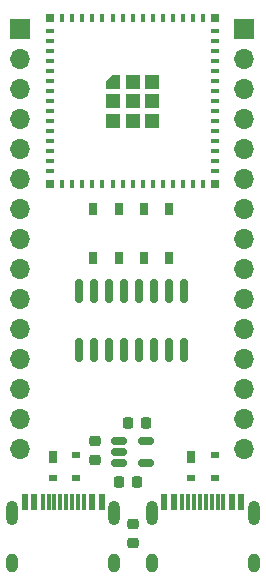
<source format=gbr>
%TF.GenerationSoftware,KiCad,Pcbnew,(6.0.9)*%
%TF.CreationDate,2022-11-21T22:18:44+02:00*%
%TF.ProjectId,esp32s2_devboard,65737033-3273-4325-9f64-6576626f6172,rev?*%
%TF.SameCoordinates,Original*%
%TF.FileFunction,Copper,L1,Top*%
%TF.FilePolarity,Positive*%
%FSLAX46Y46*%
G04 Gerber Fmt 4.6, Leading zero omitted, Abs format (unit mm)*
G04 Created by KiCad (PCBNEW (6.0.9)) date 2022-11-21 22:18:44*
%MOMM*%
%LPD*%
G01*
G04 APERTURE LIST*
G04 Aperture macros list*
%AMRoundRect*
0 Rectangle with rounded corners*
0 $1 Rounding radius*
0 $2 $3 $4 $5 $6 $7 $8 $9 X,Y pos of 4 corners*
0 Add a 4 corners polygon primitive as box body*
4,1,4,$2,$3,$4,$5,$6,$7,$8,$9,$2,$3,0*
0 Add four circle primitives for the rounded corners*
1,1,$1+$1,$2,$3*
1,1,$1+$1,$4,$5*
1,1,$1+$1,$6,$7*
1,1,$1+$1,$8,$9*
0 Add four rect primitives between the rounded corners*
20,1,$1+$1,$2,$3,$4,$5,0*
20,1,$1+$1,$4,$5,$6,$7,0*
20,1,$1+$1,$6,$7,$8,$9,0*
20,1,$1+$1,$8,$9,$2,$3,0*%
%AMFreePoly0*
4,1,6,0.600000,-0.600000,-0.600000,-0.600000,-0.600000,0.000000,0.000000,0.600000,0.600000,0.600000,0.600000,-0.600000,0.600000,-0.600000,$1*%
G04 Aperture macros list end*
%TA.AperFunction,SMDPad,CuDef*%
%ADD10R,0.700000X1.000000*%
%TD*%
%TA.AperFunction,SMDPad,CuDef*%
%ADD11R,0.700000X0.600000*%
%TD*%
%TA.AperFunction,SMDPad,CuDef*%
%ADD12RoundRect,0.218750X0.256250X-0.218750X0.256250X0.218750X-0.256250X0.218750X-0.256250X-0.218750X0*%
%TD*%
%TA.AperFunction,SMDPad,CuDef*%
%ADD13RoundRect,0.225000X0.225000X0.250000X-0.225000X0.250000X-0.225000X-0.250000X0.225000X-0.250000X0*%
%TD*%
%TA.AperFunction,SMDPad,CuDef*%
%ADD14RoundRect,0.225000X-0.225000X-0.250000X0.225000X-0.250000X0.225000X0.250000X-0.225000X0.250000X0*%
%TD*%
%TA.AperFunction,SMDPad,CuDef*%
%ADD15R,0.650000X1.050000*%
%TD*%
%TA.AperFunction,SMDPad,CuDef*%
%ADD16RoundRect,0.150000X-0.512500X-0.150000X0.512500X-0.150000X0.512500X0.150000X-0.512500X0.150000X0*%
%TD*%
%TA.AperFunction,SMDPad,CuDef*%
%ADD17RoundRect,0.150000X-0.150000X0.825000X-0.150000X-0.825000X0.150000X-0.825000X0.150000X0.825000X0*%
%TD*%
%TA.AperFunction,SMDPad,CuDef*%
%ADD18R,0.600000X1.450000*%
%TD*%
%TA.AperFunction,SMDPad,CuDef*%
%ADD19R,0.300000X1.450000*%
%TD*%
%TA.AperFunction,ComponentPad*%
%ADD20O,1.000000X2.100000*%
%TD*%
%TA.AperFunction,ComponentPad*%
%ADD21O,1.000000X1.600000*%
%TD*%
%TA.AperFunction,ComponentPad*%
%ADD22R,1.700000X1.700000*%
%TD*%
%TA.AperFunction,ComponentPad*%
%ADD23O,1.700000X1.700000*%
%TD*%
%TA.AperFunction,SMDPad,CuDef*%
%ADD24R,0.800000X0.400000*%
%TD*%
%TA.AperFunction,SMDPad,CuDef*%
%ADD25R,0.400000X0.800000*%
%TD*%
%TA.AperFunction,SMDPad,CuDef*%
%ADD26R,1.200000X1.200000*%
%TD*%
%TA.AperFunction,SMDPad,CuDef*%
%ADD27FreePoly0,0.000000*%
%TD*%
%TA.AperFunction,SMDPad,CuDef*%
%ADD28R,0.800000X0.800000*%
%TD*%
G04 APERTURE END LIST*
D10*
%TO.P,D2,1,GND*%
%TO.N,GND*%
X155790000Y-86054999D03*
D11*
%TO.P,D2,2,I/O1*%
%TO.N,/UART_USB_D-*%
X155790000Y-87754999D03*
%TO.P,D2,3,I/O2*%
%TO.N,/UART_USB_D+*%
X157790000Y-87754999D03*
%TO.P,D2,4,VCC*%
%TO.N,unconnected-(D2-Pad4)*%
X157790000Y-85854999D03*
%TD*%
D12*
%TO.P,F1,1*%
%TO.N,/VBUS*%
X159400000Y-86237500D03*
%TO.P,F1,2*%
%TO.N,+5V*%
X159400000Y-84662500D03*
%TD*%
D13*
%TO.P,C6,1*%
%TO.N,+3V3*%
X163697500Y-83157501D03*
%TO.P,C6,2*%
%TO.N,GND*%
X162147500Y-83157501D03*
%TD*%
D14*
%TO.P,C3,1*%
%TO.N,+5V*%
X161422500Y-88132500D03*
%TO.P,C3,2*%
%TO.N,GND*%
X162972500Y-88132500D03*
%TD*%
D10*
%TO.P,D1,1,GND*%
%TO.N,GND*%
X167500000Y-86054999D03*
D11*
%TO.P,D1,2,I/O1*%
%TO.N,unconnected-(D1-Pad2)*%
X167500000Y-87754999D03*
%TO.P,D1,3,I/O2*%
%TO.N,unconnected-(D1-Pad3)*%
X169500000Y-87754999D03*
%TO.P,D1,4,VCC*%
%TO.N,unconnected-(D1-Pad4)*%
X169500000Y-85854999D03*
%TD*%
D15*
%TO.P,SW2,1,1*%
%TO.N,GPIO0*%
X159220000Y-69145000D03*
%TO.P,SW2,2,2*%
X159220000Y-64995000D03*
%TO.P,SW2,3,3*%
%TO.N,GND*%
X161370000Y-69145000D03*
%TO.P,SW2,4,4*%
X161370000Y-64995000D03*
%TD*%
D16*
%TO.P,U2,1,VIN*%
%TO.N,+5V*%
X161422500Y-84662500D03*
%TO.P,U2,2,GND*%
%TO.N,GND*%
X161422500Y-85612500D03*
%TO.P,U2,3,EN*%
%TO.N,+5V*%
X161422500Y-86562500D03*
%TO.P,U2,4,NC*%
%TO.N,unconnected-(U2-Pad4)*%
X163697500Y-86562500D03*
%TO.P,U2,5,VOUT*%
%TO.N,+3V3*%
X163697500Y-84662500D03*
%TD*%
D12*
%TO.P,D3,1,K*%
%TO.N,GND*%
X162560000Y-93304999D03*
%TO.P,D3,2,A*%
%TO.N,Net-(D3-Pad2)*%
X162560000Y-91729999D03*
%TD*%
D17*
%TO.P,U3,1,GND*%
%TO.N,GND*%
X166945000Y-71970000D03*
%TO.P,U3,2,TXD*%
%TO.N,RX*%
X165675000Y-71970000D03*
%TO.P,U3,3,RXD*%
%TO.N,TX*%
X164405000Y-71970000D03*
%TO.P,U3,4,V3*%
%TO.N,+3V3*%
X163135000Y-71970000D03*
%TO.P,U3,5,UD+*%
%TO.N,/UART_USB_D+*%
X161865000Y-71970000D03*
%TO.P,U3,6,UD-*%
%TO.N,/UART_USB_D-*%
X160595000Y-71970000D03*
%TO.P,U3,7,NC*%
%TO.N,unconnected-(U3-Pad7)*%
X159325000Y-71970000D03*
%TO.P,U3,8,NC*%
%TO.N,unconnected-(U3-Pad8)*%
X158055000Y-71970000D03*
%TO.P,U3,9,~{CTS}*%
%TO.N,unconnected-(U3-Pad9)*%
X158055000Y-76920000D03*
%TO.P,U3,10,~{DSR}*%
%TO.N,unconnected-(U3-Pad10)*%
X159325000Y-76920000D03*
%TO.P,U3,11,~{RI}*%
%TO.N,unconnected-(U3-Pad11)*%
X160595000Y-76920000D03*
%TO.P,U3,12,~{DCD}*%
%TO.N,unconnected-(U3-Pad12)*%
X161865000Y-76920000D03*
%TO.P,U3,13,~{DTR}*%
%TO.N,/DTR*%
X163135000Y-76920000D03*
%TO.P,U3,14,~{RTS}*%
%TO.N,/RTS*%
X164405000Y-76920000D03*
%TO.P,U3,15,R232*%
%TO.N,unconnected-(U3-Pad15)*%
X165675000Y-76920000D03*
%TO.P,U3,16,VCC*%
%TO.N,+3V3*%
X166945000Y-76920000D03*
%TD*%
D18*
%TO.P,J2,A1,GND*%
%TO.N,GND*%
X153440000Y-89859999D03*
%TO.P,J2,A4,VBUS*%
%TO.N,/VBUS*%
X154240000Y-89859999D03*
D19*
%TO.P,J2,A5,CC1*%
%TO.N,Net-(J2-PadA5)*%
X155440000Y-89859999D03*
%TO.P,J2,A6,D+*%
%TO.N,/UART_USB_D+*%
X156440000Y-89859999D03*
%TO.P,J2,A7,D-*%
%TO.N,/UART_USB_D-*%
X156940000Y-89859999D03*
%TO.P,J2,A8,SBU1*%
%TO.N,unconnected-(J2-PadA8)*%
X157940000Y-89859999D03*
D18*
%TO.P,J2,A9,VBUS*%
%TO.N,/VBUS*%
X159140000Y-89859999D03*
%TO.P,J2,A12,GND*%
%TO.N,GND*%
X159940000Y-89859999D03*
%TO.P,J2,B1,GND*%
X159940000Y-89859999D03*
%TO.P,J2,B4,VBUS*%
%TO.N,/VBUS*%
X159140000Y-89859999D03*
D19*
%TO.P,J2,B5,CC2*%
%TO.N,Net-(J2-PadB5)*%
X158440000Y-89859999D03*
%TO.P,J2,B6,D+*%
%TO.N,/UART_USB_D+*%
X157440000Y-89859999D03*
%TO.P,J2,B7,D-*%
%TO.N,/UART_USB_D-*%
X155940000Y-89859999D03*
%TO.P,J2,B8,SBU2*%
%TO.N,unconnected-(J2-PadB8)*%
X154940000Y-89859999D03*
D18*
%TO.P,J2,B9,VBUS*%
%TO.N,/VBUS*%
X154240000Y-89859999D03*
%TO.P,J2,B12,GND*%
%TO.N,GND*%
X153440000Y-89859999D03*
D20*
%TO.P,J2,S1,SHIELD*%
%TO.N,unconnected-(J2-PadS1)*%
X152370000Y-90774999D03*
D21*
X161010000Y-94954999D03*
X152370000Y-94954999D03*
D20*
X161010000Y-90774999D03*
%TD*%
D22*
%TO.P,J4,1,Pin_1*%
%TO.N,/IO38*%
X172000000Y-49800000D03*
D23*
%TO.P,J4,2,Pin_2*%
%TO.N,/IO37*%
X172000000Y-52340000D03*
%TO.P,J4,3,Pin_3*%
%TO.N,/IO36*%
X172000000Y-54880000D03*
%TO.P,J4,4,Pin_4*%
%TO.N,/IO35*%
X172000000Y-57420000D03*
%TO.P,J4,5,Pin_5*%
%TO.N,/IO34*%
X172000000Y-59960000D03*
%TO.P,J4,6,Pin_6*%
%TO.N,/IO33*%
X172000000Y-62500000D03*
%TO.P,J4,7,Pin_7*%
%TO.N,/IO21*%
X172000000Y-65040000D03*
%TO.P,J4,8,Pin_8*%
%TO.N,/IO26*%
X172000000Y-67580000D03*
%TO.P,J4,9,Pin_9*%
%TO.N,/IO17*%
X172000000Y-70120000D03*
%TO.P,J4,10,Pin_10*%
%TO.N,unconnected-(J4-Pad10)*%
X172000000Y-72660000D03*
%TO.P,J4,11,Pin_11*%
%TO.N,unconnected-(J4-Pad11)*%
X172000000Y-75200000D03*
%TO.P,J4,12,Pin_12*%
%TO.N,unconnected-(J4-Pad12)*%
X172000000Y-77740000D03*
%TO.P,J4,13,Pin_13*%
%TO.N,unconnected-(J4-Pad13)*%
X172000000Y-80280000D03*
%TO.P,J4,14,Pin_14*%
%TO.N,unconnected-(J4-Pad14)*%
X172000000Y-82820000D03*
%TO.P,J4,15,Pin_15*%
%TO.N,unconnected-(J4-Pad15)*%
X172000000Y-85360000D03*
%TD*%
D18*
%TO.P,J1,A1,GND*%
%TO.N,GND*%
X165250000Y-89859999D03*
%TO.P,J1,A4,VBUS*%
%TO.N,unconnected-(J1-PadA4)*%
X166050000Y-89859999D03*
D19*
%TO.P,J1,A5,CC1*%
%TO.N,Net-(J1-PadA5)*%
X167250000Y-89859999D03*
%TO.P,J1,A6,D+*%
%TO.N,Net-(J1-PadA6)*%
X168250000Y-89859999D03*
%TO.P,J1,A7,D-*%
%TO.N,Net-(J1-PadA7)*%
X168750000Y-89859999D03*
%TO.P,J1,A8,SBU1*%
%TO.N,unconnected-(J1-PadA8)*%
X169750000Y-89859999D03*
D18*
%TO.P,J1,A9,VBUS*%
%TO.N,unconnected-(J1-PadA4)*%
X170950000Y-89859999D03*
%TO.P,J1,A12,GND*%
%TO.N,GND*%
X171750000Y-89859999D03*
%TO.P,J1,B1,GND*%
X171750000Y-89859999D03*
%TO.P,J1,B4,VBUS*%
%TO.N,unconnected-(J1-PadA4)*%
X170950000Y-89859999D03*
D19*
%TO.P,J1,B5,CC2*%
%TO.N,Net-(J1-PadB5)*%
X170250000Y-89859999D03*
%TO.P,J1,B6,D+*%
%TO.N,Net-(J1-PadA6)*%
X169250000Y-89859999D03*
%TO.P,J1,B7,D-*%
%TO.N,Net-(J1-PadA7)*%
X167750000Y-89859999D03*
%TO.P,J1,B8,SBU2*%
%TO.N,unconnected-(J1-PadB8)*%
X166750000Y-89859999D03*
D18*
%TO.P,J1,B9,VBUS*%
%TO.N,unconnected-(J1-PadA4)*%
X166050000Y-89859999D03*
%TO.P,J1,B12,GND*%
%TO.N,GND*%
X165250000Y-89859999D03*
D21*
%TO.P,J1,S1,SHIELD*%
%TO.N,unconnected-(J1-PadS1)*%
X164180000Y-94954999D03*
D20*
X172820000Y-90774999D03*
X164180000Y-90774999D03*
D21*
X172820000Y-94954999D03*
%TD*%
D24*
%TO.P,U1,1,GND*%
%TO.N,GND*%
X155560000Y-49930000D03*
%TO.P,U1,2,GND*%
X155560000Y-50780000D03*
%TO.P,U1,3,3V3*%
%TO.N,+3V3*%
X155560000Y-51630000D03*
%TO.P,U1,4,GPIO0/BOOT*%
%TO.N,GPIO0*%
X155560000Y-52480000D03*
%TO.P,U1,5,GPIO1/ADC1_CH0*%
%TO.N,/IO1*%
X155560000Y-53330000D03*
%TO.P,U1,6,GPIO2/ADC1_CH1*%
%TO.N,/IO2*%
X155560000Y-54180000D03*
%TO.P,U1,7,GPIO3/ADC1_CH2*%
%TO.N,/IO3*%
X155560000Y-55030000D03*
%TO.P,U1,8,GPIO4/ADC1_CH3*%
%TO.N,/IO4*%
X155560000Y-55880000D03*
%TO.P,U1,9,GPIO5/ADC1_CH4*%
%TO.N,/IO5*%
X155560000Y-56730000D03*
%TO.P,U1,10,GPIO6/ADC1_CH5*%
%TO.N,/IO6*%
X155560000Y-57580000D03*
%TO.P,U1,11,GPIO7/ADC1_CH6*%
%TO.N,/IO7*%
X155560000Y-58430000D03*
%TO.P,U1,12,GPIO8/ADC1_CH7*%
%TO.N,/IO8*%
X155560000Y-59280000D03*
%TO.P,U1,13,GPIO9/ADC1_CH8*%
%TO.N,/IO9*%
X155560000Y-60130000D03*
%TO.P,U1,14,GPIO10/ADC1_CH9*%
%TO.N,/IO10*%
X155560000Y-60980000D03*
%TO.P,U1,15,GPIO11/ADC2_CH0*%
%TO.N,/IO11*%
X155560000Y-61830000D03*
D25*
%TO.P,U1,16,GPIO12/ADC2_CH1*%
%TO.N,/IO12*%
X156610000Y-62880000D03*
%TO.P,U1,17,GPIO13/ADC2_CH2*%
%TO.N,/IO13*%
X157460000Y-62880000D03*
%TO.P,U1,18,GPIO14/ADC2_CH3*%
%TO.N,/IO14*%
X158310000Y-62880000D03*
%TO.P,U1,19,GPIO15/ADC2_CH4/XTAL_32K_P*%
%TO.N,/IO15*%
X159160000Y-62880000D03*
%TO.P,U1,20,GPIO16/ADC2_CH5/XTAL_32K_N*%
%TO.N,/IO16*%
X160010000Y-62880000D03*
%TO.P,U1,21,ADC2_CH7/DAC_2/GPIO17*%
%TO.N,/IO17*%
X160860000Y-62880000D03*
%TO.P,U1,22,ADC2_CH6/DAC_1/GPIO18*%
%TO.N,/IO18*%
X161710000Y-62880000D03*
%TO.P,U1,23,USB_D-/ADC2_CH8/GPIO19*%
%TO.N,USB_D-*%
X162560000Y-62880000D03*
%TO.P,U1,24,USB_D+/ADC2_CH9/GPIO20*%
%TO.N,USB_D+*%
X163410000Y-62880000D03*
%TO.P,U1,25,GPIO21*%
%TO.N,unconnected-(U1-Pad25)*%
X164260000Y-62880000D03*
%TO.P,U1,26,SPI_CS1/GPIO26*%
%TO.N,unconnected-(U1-Pad26)*%
X165110000Y-62880000D03*
%TO.P,U1,27,NC*%
%TO.N,unconnected-(U1-Pad27)*%
X165960000Y-62880000D03*
%TO.P,U1,28,GPIO33*%
%TO.N,unconnected-(U1-Pad28)*%
X166810000Y-62880000D03*
%TO.P,U1,29,GPIO34*%
%TO.N,unconnected-(U1-Pad29)*%
X167660000Y-62880000D03*
%TO.P,U1,30,GND*%
%TO.N,GND*%
X168510000Y-62880000D03*
D24*
%TO.P,U1,31,GPIO35*%
%TO.N,unconnected-(U1-Pad31)*%
X169560000Y-61830000D03*
%TO.P,U1,32,GPIO36*%
%TO.N,unconnected-(U1-Pad32)*%
X169560000Y-60980000D03*
%TO.P,U1,33,GPIO37*%
%TO.N,unconnected-(U1-Pad33)*%
X169560000Y-60130000D03*
%TO.P,U1,34,GPIO38*%
%TO.N,unconnected-(U1-Pad34)*%
X169560000Y-59280000D03*
%TO.P,U1,35,MTCK/JTAG/GPIO39*%
%TO.N,/IO39*%
X169560000Y-58430000D03*
%TO.P,U1,36,MTDO/JTAG/GPIO40*%
%TO.N,/IO40*%
X169560000Y-57580000D03*
%TO.P,U1,37,MTDI/JTAG/GPIO41*%
%TO.N,/IO41*%
X169560000Y-56730000D03*
%TO.P,U1,38,MTMS/JTAG/GPIO42*%
%TO.N,/IO42*%
X169560000Y-55880000D03*
%TO.P,U1,39,GPIO43/U0TXD/PROG*%
%TO.N,TX*%
X169560000Y-55030000D03*
%TO.P,U1,40,GPIO44/U0RXD/PROG*%
%TO.N,RX*%
X169560000Y-54180000D03*
%TO.P,U1,41,GPIO45*%
%TO.N,unconnected-(U1-Pad41)*%
X169560000Y-53330000D03*
%TO.P,U1,42,GND*%
%TO.N,GND*%
X169560000Y-52480000D03*
%TO.P,U1,43,GND*%
X169560000Y-51630000D03*
%TO.P,U1,44,GPIO46*%
%TO.N,unconnected-(U1-Pad44)*%
X169560000Y-50780000D03*
%TO.P,U1,45,CHIP/PU/RESET*%
%TO.N,RESET*%
X169560000Y-49930000D03*
D25*
%TO.P,U1,46,GND*%
%TO.N,GND*%
X168510000Y-48880000D03*
%TO.P,U1,47,GND*%
X167660000Y-48880000D03*
%TO.P,U1,48,GND*%
X166810000Y-48880000D03*
%TO.P,U1,49,GND*%
X165960000Y-48880000D03*
%TO.P,U1,50,GND*%
X165110000Y-48880000D03*
%TO.P,U1,51,GND*%
X164260000Y-48880000D03*
%TO.P,U1,52,GND*%
X163410000Y-48880000D03*
%TO.P,U1,53,GND*%
X162560000Y-48880000D03*
%TO.P,U1,54,GND*%
X161710000Y-48880000D03*
%TO.P,U1,55,GND*%
X160860000Y-48880000D03*
%TO.P,U1,56,GND*%
X160010000Y-48880000D03*
%TO.P,U1,57,GND*%
X159160000Y-48880000D03*
%TO.P,U1,58,GND*%
X158310000Y-48880000D03*
%TO.P,U1,59,GND*%
X157460000Y-48880000D03*
%TO.P,U1,60,GND*%
X156610000Y-48880000D03*
D26*
%TO.P,U1,61,GND*%
X162560000Y-54230000D03*
X164210000Y-54230000D03*
X162560000Y-55880000D03*
X164210000Y-55880000D03*
X160910000Y-57530000D03*
X162560000Y-57530000D03*
X160910000Y-55880000D03*
D27*
X160910000Y-54230000D03*
D26*
X164210000Y-57530000D03*
D28*
%TO.P,U1,62,GND*%
X155560000Y-48880000D03*
%TO.P,U1,63,GND*%
X155560000Y-62880000D03*
%TO.P,U1,64,GND*%
X169560000Y-62880000D03*
%TO.P,U1,65,GND*%
X169560000Y-48880000D03*
%TD*%
D22*
%TO.P,J3,1,Pin_1*%
%TO.N,/IO1*%
X153000000Y-49800000D03*
D23*
%TO.P,J3,2,Pin_2*%
%TO.N,/IO2*%
X153000000Y-52340000D03*
%TO.P,J3,3,Pin_3*%
%TO.N,/IO3*%
X153000000Y-54880000D03*
%TO.P,J3,4,Pin_4*%
%TO.N,/IO4*%
X153000000Y-57420000D03*
%TO.P,J3,5,Pin_5*%
%TO.N,/IO5*%
X153000000Y-59960000D03*
%TO.P,J3,6,Pin_6*%
%TO.N,/IO6*%
X153000000Y-62500000D03*
%TO.P,J3,7,Pin_7*%
%TO.N,/IO7*%
X153000000Y-65040000D03*
%TO.P,J3,8,Pin_8*%
%TO.N,/IO8*%
X153000000Y-67580000D03*
%TO.P,J3,9,Pin_9*%
%TO.N,/IO9*%
X153000000Y-70120000D03*
%TO.P,J3,10,Pin_10*%
%TO.N,/IO10*%
X153000000Y-72660000D03*
%TO.P,J3,11,Pin_11*%
%TO.N,/IO11*%
X153000000Y-75200000D03*
%TO.P,J3,12,Pin_12*%
%TO.N,/IO12*%
X153000000Y-77740000D03*
%TO.P,J3,13,Pin_13*%
%TO.N,/IO13*%
X153000000Y-80280000D03*
%TO.P,J3,14,Pin_14*%
%TO.N,/IO14*%
X153000000Y-82820000D03*
%TO.P,J3,15,Pin_15*%
%TO.N,/IO18*%
X153000000Y-85360000D03*
%TD*%
D15*
%TO.P,SW1,1,1*%
%TO.N,RESET*%
X163520000Y-69144999D03*
%TO.P,SW1,2,2*%
X163520000Y-64994999D03*
%TO.P,SW1,3,3*%
%TO.N,GND*%
X165670000Y-69144999D03*
%TO.P,SW1,4,4*%
X165670000Y-64994999D03*
%TD*%
M02*

</source>
